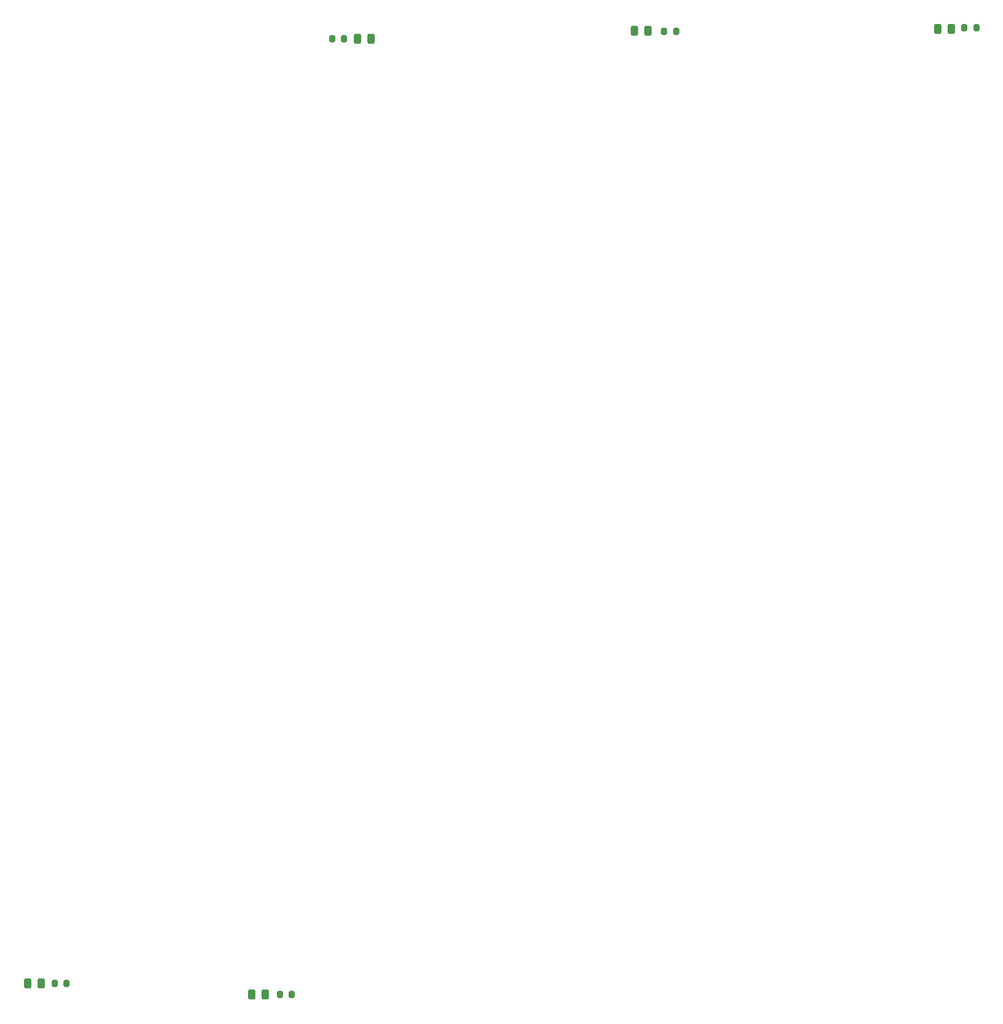
<source format=gbr>
%TF.GenerationSoftware,KiCad,Pcbnew,9.0.2*%
%TF.CreationDate,2025-07-22T14:00:08+09:00*%
%TF.ProjectId,Power_Distribution_Board,506f7765-725f-4446-9973-747269627574,rev?*%
%TF.SameCoordinates,Original*%
%TF.FileFunction,Paste,Top*%
%TF.FilePolarity,Positive*%
%FSLAX46Y46*%
G04 Gerber Fmt 4.6, Leading zero omitted, Abs format (unit mm)*
G04 Created by KiCad (PCBNEW 9.0.2) date 2025-07-22 14:00:08*
%MOMM*%
%LPD*%
G01*
G04 APERTURE LIST*
G04 Aperture macros list*
%AMRoundRect*
0 Rectangle with rounded corners*
0 $1 Rounding radius*
0 $2 $3 $4 $5 $6 $7 $8 $9 X,Y pos of 4 corners*
0 Add a 4 corners polygon primitive as box body*
4,1,4,$2,$3,$4,$5,$6,$7,$8,$9,$2,$3,0*
0 Add four circle primitives for the rounded corners*
1,1,$1+$1,$2,$3*
1,1,$1+$1,$4,$5*
1,1,$1+$1,$6,$7*
1,1,$1+$1,$8,$9*
0 Add four rect primitives between the rounded corners*
20,1,$1+$1,$2,$3,$4,$5,0*
20,1,$1+$1,$4,$5,$6,$7,0*
20,1,$1+$1,$6,$7,$8,$9,0*
20,1,$1+$1,$8,$9,$2,$3,0*%
G04 Aperture macros list end*
%ADD10RoundRect,0.200000X0.200000X0.275000X-0.200000X0.275000X-0.200000X-0.275000X0.200000X-0.275000X0*%
%ADD11RoundRect,0.243750X-0.243750X-0.456250X0.243750X-0.456250X0.243750X0.456250X-0.243750X0.456250X0*%
%ADD12RoundRect,0.200000X-0.200000X-0.275000X0.200000X-0.275000X0.200000X0.275000X-0.200000X0.275000X0*%
%ADD13RoundRect,0.243750X0.243750X0.456250X-0.243750X0.456250X-0.243750X-0.456250X0.243750X-0.456250X0*%
G04 APERTURE END LIST*
D10*
%TO.C,R4*%
X165237499Y-70000000D03*
X166887499Y-70000000D03*
%TD*%
D11*
%TO.C,D4*%
X163020865Y-69916637D03*
X161145863Y-69916637D03*
%TD*%
D10*
%TO.C,R2*%
X83000000Y-201000000D03*
X81350000Y-201000000D03*
%TD*%
D11*
%TO.C,D1*%
X108500000Y-202500000D03*
X110375002Y-202500000D03*
%TD*%
D12*
%TO.C,R3*%
X119550001Y-71000000D03*
X121200001Y-71000000D03*
%TD*%
D10*
%TO.C,R5*%
X208212499Y-69500000D03*
X206562499Y-69500000D03*
%TD*%
D11*
%TO.C,D2*%
X77624998Y-201000000D03*
X79500000Y-201000000D03*
%TD*%
D13*
%TO.C,D3*%
X124875002Y-71000000D03*
X123000000Y-71000000D03*
%TD*%
D10*
%TO.C,R1*%
X114000000Y-202500000D03*
X112350000Y-202500000D03*
%TD*%
D11*
%TO.C,D5*%
X202887500Y-69675000D03*
X204762502Y-69675000D03*
%TD*%
M02*

</source>
